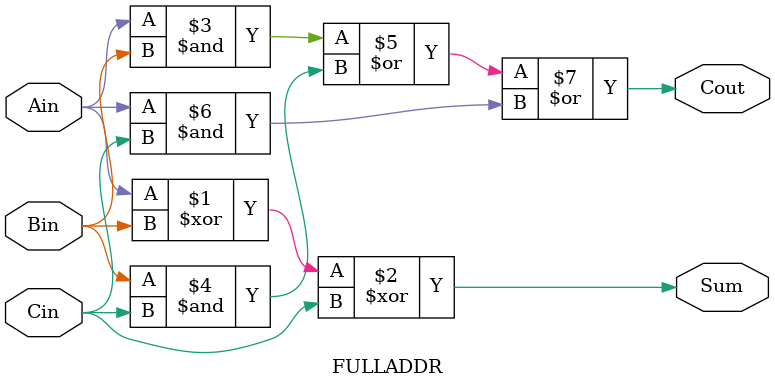
<source format=v>
module FULLADDR(Cout,Sum,Ain,Bin,Cin);
	input Ain,Bin,Cin;
	output Cout,Sum;

	wire Cout;
	wire Sum;
	assign Sum = Ain^Bin^Cin;
	assign Cout = (Ain&Bin)|(Bin&Cin)|(Ain&Cin);
endmodule
</source>
